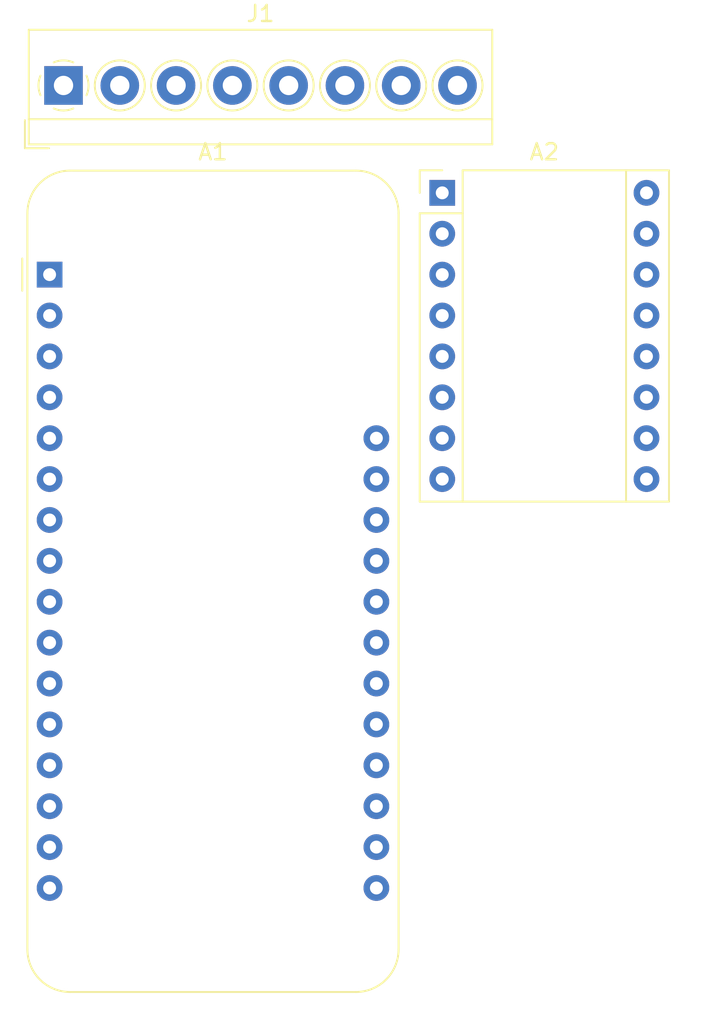
<source format=kicad_pcb>
(kicad_pcb (version 20221018) (generator pcbnew)
  (layers (0 "F.Cu" signal) (31 "B.Cu" signal) (34 "B.Paste" user) (35 "F.Paste" user) (36 "B.SilkS" user "B.Silkscreen") (37 "F.SilkS" user "F.Silkscreen") (38 "B.Mask" user) (39 "F.Mask" user) (44 "Edge.Cuts" user))
  (net 0 "")
  (net 17 "Net-(A1-A6{slash}IO14)")
  (net 18 "Net-(A1-A7{slash}IO32)")
  (net 19 "Net-(A1-A8{slash}IO15)")
  (net 27 "Net-(A2-M0)")
  (net 28 "Net-(A2-M1)")
  (net 29 "Net-(A2-M2)")
  (net 33 "GND")
  (net 34 "Net-(A2-VMOT)")
  (footprint "Module:Adafruit_Feather" (layer "F.Cu") (at 578.835 144.78)
    (fp_text reference "A1" (at 10.16 -7.62) (layer "F.SilkS"))
    (fp_text value "Adafruit_Feather_HUZZAH32_ESP32")
    (fp_line (start -1.7 1) (end -1.7 -1) (stroke (width 0.12)) (layer "F.SilkS"))
    (fp_line (start -1.38 -3.81) (end -1.38 41.91) (stroke (width 0.12)) (layer "F.SilkS"))
    (fp_line (start 19.05 -6.46) (end 1.27 -6.46) (stroke (width 0.12)) (layer "F.SilkS"))
    (fp_line (start 19.05 44.56) (end 1.27 44.56) (stroke (width 0.12)) (layer "F.SilkS"))
    (fp_line (start 21.7 -3.81) (end 21.7 41.91) (stroke (width 0.12)) (layer "F.SilkS"))
    (fp_arc (start -1.38 -3.81) (mid -0.603833 -5.683833) (end 1.27 -6.46) (stroke (width 0.12)) (layer "F.SilkS"))
    (fp_arc (start 1.27 44.56) (mid -0.603833 43.783833) (end -1.38 41.91) (stroke (width 0.12)) (layer "F.SilkS"))
    (fp_arc (start 19.05 -6.46) (mid 20.923833 -5.683833) (end 21.7 -3.81) (stroke (width 0.12)) (layer "F.SilkS"))
    (fp_arc (start 21.7 41.91) (mid 20.923833 43.783833) (end 19.05 44.56) (stroke (width 0.12)) (layer "F.SilkS"))
    (pad "1" thru_hole rect (at 0 0 180) (size 1.6 1.6) (drill 0.8) (layers "*.Cu" "*.Mask"))
    (pad "2" thru_hole circle (at 0 2.54 180) (size 1.6 1.6) (drill 0.8) (layers "*.Cu" "*.Mask"))
    (pad "3" thru_hole circle (at 0 5.08 180) (size 1.6 1.6) (drill 0.8) (layers "*.Cu" "*.Mask"))
    (pad "4" thru_hole circle (at 0 7.62 180) (size 1.6 1.6) (drill 0.8) (layers "*.Cu" "*.Mask") (net 33 "GND"))
    (pad "5" thru_hole circle (at 0 10.16 180) (size 1.6 1.6) (drill 0.8) (layers "*.Cu" "*.Mask"))
    (pad "6" thru_hole circle (at 0 12.7 180) (size 1.6 1.6) (drill 0.8) (layers "*.Cu" "*.Mask"))
    (pad "7" thru_hole circle (at 0 15.24 180) (size 1.6 1.6) (drill 0.8) (layers "*.Cu" "*.Mask"))
    (pad "8" thru_hole circle (at 0 17.78 180) (size 1.6 1.6) (drill 0.8) (layers "*.Cu" "*.Mask"))
    (pad "9" thru_hole circle (at 0 20.32 180) (size 1.6 1.6) (drill 0.8) (layers "*.Cu" "*.Mask"))
    (pad "10" thru_hole circle (at 0 22.86 180) (size 1.6 1.6) (drill 0.8) (layers "*.Cu" "*.Mask"))
    (pad "11" thru_hole circle (at 0 25.4 180) (size 1.6 1.6) (drill 0.8) (layers "*.Cu" "*.Mask"))
    (pad "12" thru_hole circle (at 0 27.94 180) (size 1.6 1.6) (drill 0.8) (layers "*.Cu" "*.Mask"))
    (pad "13" thru_hole circle (at 0 30.48 180) (size 1.6 1.6) (drill 0.8) (layers "*.Cu" "*.Mask"))
    (pad "14" thru_hole circle (at 0 33.02 180) (size 1.6 1.6) (drill 0.8) (layers "*.Cu" "*.Mask"))
    (pad "15" thru_hole circle (at 0 35.56 180) (size 1.6 1.6) (drill 0.8) (layers "*.Cu" "*.Mask"))
    (pad "16" thru_hole circle (at 0 38.1 180) (size 1.6 1.6) (drill 0.8) (layers "*.Cu" "*.Mask"))
    (pad "17" thru_hole circle (at 20.32 38.1 180) (size 1.6 1.6) (drill 0.8) (layers "*.Cu" "*.Mask"))
    (pad "18" thru_hole circle (at 20.32 35.56 180) (size 1.6 1.6) (drill 0.8) (layers "*.Cu" "*.Mask"))
    (pad "19" thru_hole circle (at 20.32 33.02 180) (size 1.6 1.6) (drill 0.8) (layers "*.Cu" "*.Mask") (net 17 "Net-(A1-A6{slash}IO14)"))
    (pad "20" thru_hole circle (at 20.32 30.48 180) (size 1.6 1.6) (drill 0.8) (layers "*.Cu" "*.Mask") (net 18 "Net-(A1-A7{slash}IO32)"))
    (pad "21" thru_hole circle (at 20.32 27.94 180) (size 1.6 1.6) (drill 0.8) (layers "*.Cu" "*.Mask") (net 19 "Net-(A1-A8{slash}IO15)"))
    (pad "22" thru_hole circle (at 20.32 25.4 180) (size 1.6 1.6) (drill 0.8) (layers "*.Cu" "*.Mask"))
    (pad "23" thru_hole circle (at 20.32 22.86 180) (size 1.6 1.6) (drill 0.8) (layers "*.Cu" "*.Mask"))
    (pad "24" thru_hole circle (at 20.32 20.32 180) (size 1.6 1.6) (drill 0.8) (layers "*.Cu" "*.Mask"))
    (pad "25" thru_hole circle (at 20.32 17.78 180) (size 1.6 1.6) (drill 0.8) (layers "*.Cu" "*.Mask"))
    (pad "26" thru_hole circle (at 20.32 15.24 180) (size 1.6 1.6) (drill 0.8) (layers "*.Cu" "*.Mask"))
    (pad "27" thru_hole circle (at 20.32 12.7 180) (size 1.6 1.6) (drill 0.8) (layers "*.Cu" "*.Mask"))
    (pad "28" thru_hole circle (at 20.32 10.16 180) (size 1.6 1.6) (drill 0.8) (layers "*.Cu" "*.Mask"))
  )
  (footprint "TerminalBlock_4Ucon:TerminalBlock_4Ucon_1x08_P3.50mm_Horizontal" (layer "F.Cu") (at 579.7 133.03)
    (fp_text reference "J1" (at 12.25 -4.46) (layer "F.SilkS"))
    (fp_text value "Screw_Terminal_01x08")
    (fp_line (start -2.4 2.16) (end -2.4 3.9) (stroke (width 0.12)) (layer "F.SilkS"))
    (fp_line (start -2.4 3.9) (end -0.9 3.9) (stroke (width 0.12)) (layer "F.SilkS"))
    (fp_line (start -2.16 -3.46) (end -2.16 3.66) (stroke (width 0.12)) (layer "F.SilkS"))
    (fp_line (start -2.16 -3.46) (end 26.66 -3.46) (stroke (width 0.12)) (layer "F.SilkS"))
    (fp_line (start -2.16 2.1) (end 26.66 2.1) (stroke (width 0.12)) (layer "F.SilkS"))
    (fp_line (start -2.16 3.66) (end 26.66 3.66) (stroke (width 0.12)) (layer "F.SilkS"))
    (fp_line (start 26.66 -3.46) (end 26.66 3.66) (stroke (width 0.12)) (layer "F.SilkS"))
    (fp_arc (start -1.432109 0.607742) (mid -1.555727 -0.00014) (end -1.432 -0.608) (stroke (width 0.12)) (layer "F.SilkS"))
    (fp_arc (start -0.607742 -1.432109) (mid 0.00014 -1.555727) (end 0.608 -1.432) (stroke (width 0.12)) (layer "F.SilkS"))
    (fp_arc (start 0.027011 1.555493) (mid -0.296984 1.527118) (end -0.608 1.432) (stroke (width 0.12)) (layer "F.SilkS"))
    (fp_arc (start 0.607587 1.431385) (mid 0.310017 1.523783) (end 0 1.555) (stroke (width 0.12)) (layer "F.SilkS"))
    (fp_arc (start 1.432109 -0.607742) (mid 1.555727 0.00014) (end 1.432 0.608) (stroke (width 0.12)) (layer "F.SilkS"))
    (fp_circle (center 3.5 0) (end 5.055 0) (stroke (width 0.12)) (fill none) (layer "F.SilkS"))
    (fp_circle (center 7 0) (end 8.555 0) (stroke (width 0.12)) (fill none) (layer "F.SilkS"))
    (fp_circle (center 10.5 0) (end 12.055 0) (stroke (width 0.12)) (fill none) (layer "F.SilkS"))
    (fp_circle (center 14 0) (end 15.555 0) (stroke (width 0.12)) (fill none) (layer "F.SilkS"))
    (fp_circle (center 17.5 0) (end 19.055 0) (stroke (width 0.12)) (fill none) (layer "F.SilkS"))
    (fp_circle (center 21 0) (end 22.555 0) (stroke (width 0.12)) (fill none) (layer "F.SilkS"))
    (fp_circle (center 24.5 0) (end 26.055 0) (stroke (width 0.12)) (fill none) (layer "F.SilkS"))
    (pad "1" thru_hole rect (at 0 0) (size 2.4 2.4) (drill 1.2) (layers "*.Cu" "*.Mask") (net 29 "Net-(A2-M2)"))
    (pad "2" thru_hole circle (at 3.5 0) (size 2.4 2.4) (drill 1.2) (layers "*.Cu" "*.Mask") (net 28 "Net-(A2-M1)"))
    (pad "3" thru_hole circle (at 7 0) (size 2.4 2.4) (drill 1.2) (layers "*.Cu" "*.Mask") (net 27 "Net-(A2-M0)"))
    (pad "4" thru_hole circle (at 10.5 0) (size 2.4 2.4) (drill 1.2) (layers "*.Cu" "*.Mask"))
    (pad "5" thru_hole circle (at 14 0) (size 2.4 2.4) (drill 1.2) (layers "*.Cu" "*.Mask"))
    (pad "6" thru_hole circle (at 17.5 0) (size 2.4 2.4) (drill 1.2) (layers "*.Cu" "*.Mask"))
    (pad "7" thru_hole circle (at 21 0) (size 2.4 2.4) (drill 1.2) (layers "*.Cu" "*.Mask") (net 33 "GND"))
    (pad "8" thru_hole circle (at 24.5 0) (size 2.4 2.4) (drill 1.2) (layers "*.Cu" "*.Mask") (net 34 "Net-(A2-VMOT)"))
  )
  (footprint "Module:Pololu_Breakout-16_15.2x20.3mm" (layer "F.Cu") (at 603.25 139.7)
    (fp_text reference "A2" (at 6.35 -2.54) (layer "F.SilkS"))
    (fp_text value "Pololu_Breakout_DRV8825")
    (fp_line (start -1.4 -1.4) (end -1.4 0) (stroke (width 0.12)) (layer "F.SilkS"))
    (fp_line (start -1.4 1.27) (end -1.4 19.18) (stroke (width 0.12)) (layer "F.SilkS"))
    (fp_line (start -1.4 19.18) (end 14.1 19.18) (stroke (width 0.12)) (layer "F.SilkS"))
    (fp_line (start 0 -1.4) (end -1.4 -1.4) (stroke (width 0.12)) (layer "F.SilkS"))
    (fp_line (start 1.27 -1.4) (end 1.27 1.27) (stroke (width 0.12)) (layer "F.SilkS"))
    (fp_line (start 1.27 1.27) (end -1.4 1.27) (stroke (width 0.12)) (layer "F.SilkS"))
    (fp_line (start 1.27 1.27) (end 1.27 19.18) (stroke (width 0.12)) (layer "F.SilkS"))
    (fp_line (start 11.43 -1.4) (end 11.43 19.18) (stroke (width 0.12)) (layer "F.SilkS"))
    (fp_line (start 14.1 -1.4) (end 1.27 -1.4) (stroke (width 0.12)) (layer "F.SilkS"))
    (fp_line (start 14.1 19.18) (end 14.1 -1.4) (stroke (width 0.12)) (layer "F.SilkS"))
    (pad "1" thru_hole rect (at 0 0) (size 1.6 1.6) (drill 0.8) (layers "*.Cu" "*.Mask") (net 33 "GND"))
    (pad "2" thru_hole oval (at 0 2.54) (size 1.6 1.6) (drill 0.8) (layers "*.Cu" "*.Mask"))
    (pad "3" thru_hole oval (at 0 5.08) (size 1.6 1.6) (drill 0.8) (layers "*.Cu" "*.Mask"))
    (pad "4" thru_hole oval (at 0 7.62) (size 1.6 1.6) (drill 0.8) (layers "*.Cu" "*.Mask"))
    (pad "5" thru_hole oval (at 0 10.16) (size 1.6 1.6) (drill 0.8) (layers "*.Cu" "*.Mask"))
    (pad "6" thru_hole oval (at 0 12.7) (size 1.6 1.6) (drill 0.8) (layers "*.Cu" "*.Mask"))
    (pad "7" thru_hole oval (at 0 15.24) (size 1.6 1.6) (drill 0.8) (layers "*.Cu" "*.Mask") (net 33 "GND"))
    (pad "8" thru_hole oval (at 0 17.78) (size 1.6 1.6) (drill 0.8) (layers "*.Cu" "*.Mask") (net 34 "Net-(A2-VMOT)"))
    (pad "9" thru_hole oval (at 12.7 17.78) (size 1.6 1.6) (drill 0.8) (layers "*.Cu" "*.Mask") (net 19 "Net-(A1-A8{slash}IO15)"))
    (pad "10" thru_hole oval (at 12.7 15.24) (size 1.6 1.6) (drill 0.8) (layers "*.Cu" "*.Mask") (net 27 "Net-(A2-M0)"))
    (pad "11" thru_hole oval (at 12.7 12.7) (size 1.6 1.6) (drill 0.8) (layers "*.Cu" "*.Mask") (net 28 "Net-(A2-M1)"))
    (pad "12" thru_hole oval (at 12.7 10.16) (size 1.6 1.6) (drill 0.8) (layers "*.Cu" "*.Mask") (net 29 "Net-(A2-M2)"))
    (pad "13" thru_hole oval (at 12.7 7.62) (size 1.6 1.6) (drill 0.8) (layers "*.Cu" "*.Mask"))
    (pad "14" thru_hole oval (at 12.7 5.08) (size 1.6 1.6) (drill 0.8) (layers "*.Cu" "*.Mask"))
    (pad "15" thru_hole oval (at 12.7 2.54) (size 1.6 1.6) (drill 0.8) (layers "*.Cu" "*.Mask") (net 18 "Net-(A1-A7{slash}IO32)"))
    (pad "16" thru_hole oval (at 12.7 0) (size 1.6 1.6) (drill 0.8) (layers "*.Cu" "*.Mask") (net 17 "Net-(A1-A6{slash}IO14)"))
  )
)
</source>
